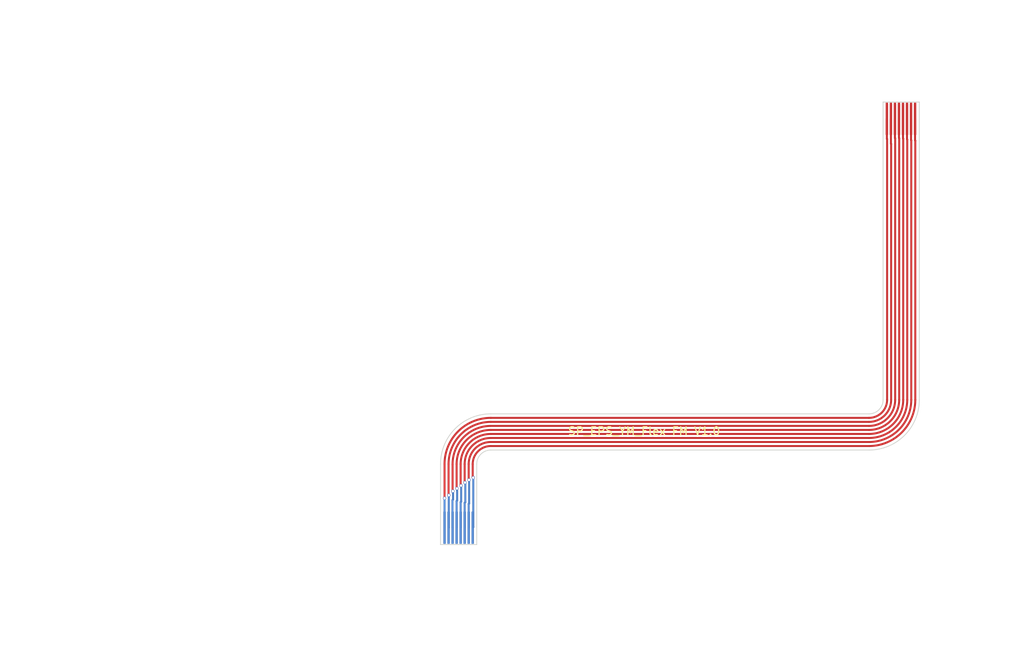
<source format=kicad_pcb>
(kicad_pcb (version 20240108) (generator "pcbnew") (generator_version "8.0")
  (layers (0 "F.Cu" signal) (31 "B.Cu" signal) (34 "B.Paste" user) (35 "F.Paste" user) (36 "B.SilkS" user "B.Silkscreen") (37 "F.SilkS" user "F.Silkscreen") (38 "B.Mask" user) (39 "F.Mask" user) (44 "Edge.Cuts" user))
  (net 0 "")
  (net 1 "8")
  (net 2 "7")
  (net 3 "6")
  (net 4 "5")
  (net 5 "4")
  (net 6 "3")
  (net 7 "2")
  (net 8 "1")
  (footprint "STS_connector:flexpcb con." (layer "F.Cu") (at 174.9718 59.0836)
    (property "Reference" "J1" (hide yes))
    (property "Value" "Conn_01x08_Male")
    (pad "1" smd rect (at 0.5 -2) (size 0.3 4) (layers "F.Cu" "F.Paste" "F.Mask") (net 1 "8"))
    (pad "2" smd rect (at 1 -2) (size 0.3 4) (layers "F.Cu" "F.Paste" "F.Mask") (net 2 "7"))
    (pad "3" smd rect (at 1.5 -2) (size 0.3 4) (layers "F.Cu" "F.Paste" "F.Mask") (net 3 "6"))
    (pad "4" smd rect (at 2 -2) (size 0.3 4) (layers "F.Cu" "F.Paste" "F.Mask") (net 4 "5"))
    (pad "5" smd rect (at 2.5 -2) (size 0.3 4) (layers "F.Cu" "F.Paste" "F.Mask") (net 5 "4"))
    (pad "6" smd rect (at 3 -2) (size 0.3 4) (layers "F.Cu" "F.Paste" "F.Mask") (net 6 "3"))
    (pad "7" smd rect (at 3.5 -2) (size 0.3 4) (layers "F.Cu" "F.Paste" "F.Mask") (net 7 "2"))
    (pad "8" smd rect (at 4 -2) (size 0.3 4) (layers "F.Cu" "F.Paste" "F.Mask") (net 8 "1"))
  )
  (footprint "STS_connector:flexpcb con." (layer "B.Cu") (at 124.5006 109.905 180)
    (property "Reference" "J2" (hide yes))
    (property "Value" "Conn_01x08_Male")
    (pad "1" smd rect (at 0.5 2 180) (size 0.3 4) (layers "B.Cu" "B.Paste" "B.Mask") (net 8 "1"))
    (pad "2" smd rect (at 1 2 180) (size 0.3 4) (layers "B.Cu" "B.Paste" "B.Mask") (net 7 "2"))
    (pad "3" smd rect (at 1.5 2 180) (size 0.3 4) (layers "B.Cu" "B.Paste" "B.Mask") (net 6 "3"))
    (pad "4" smd rect (at 2 2 180) (size 0.3 4) (layers "B.Cu" "B.Paste" "B.Mask") (net 5 "4"))
    (pad "5" smd rect (at 2.5 2 180) (size 0.3 4) (layers "B.Cu" "B.Paste" "B.Mask") (net 4 "5"))
    (pad "6" smd rect (at 3 2 180) (size 0.3 4) (layers "B.Cu" "B.Paste" "B.Mask") (net 3 "6"))
    (pad "7" smd rect (at 3.5 2 180) (size 0.3 4) (layers "B.Cu" "B.Paste" "B.Mask") (net 2 "7"))
    (pad "8" smd rect (at 4 2 180) (size 0.3 4) (layers "B.Cu" "B.Paste" "B.Mask") (net 1 "8"))
  )
  (gr_arc (start 122.5 100) (mid 123.59835 97.34835) (end 126.25 96.25) (stroke (width 0.25)) (layer "F.Cu") (net 5))
  (gr_arc (start 122 100) (mid 123.244796 96.994796) (end 126.25 95.75) (stroke (width 0.25)) (layer "F.Cu") (net 4))
  (gr_arc (start 178 92) (mid 176.608757 95.358757) (end 173.25 96.75) (stroke (width 0.25)) (layer "F.Cu") (net 6))
  (gr_arc (start 123.5 100) (mid 124.305456 98.055456) (end 126.25 97.25) (stroke (width 0.25)) (layer "F.Cu") (net 7))
  (gr_arc (start 124 100) (mid 124.65901 98.40901) (end 126.25 97.75) (stroke (width 0.25)) (layer "F.Cu") (net 8))
  (gr_arc (start 121 100) (mid 122.537689 96.287689) (end 126.25 94.75) (stroke (width 0.25)) (layer "F.Cu") (net 2))
  (gr_arc (start 179 92) (mid 177.315864 96.065864) (end 173.25 97.75) (stroke (width 0.25)) (layer "F.Cu") (net 8))
  (gr_arc (start 123 100) (mid 123.951903 97.701903) (end 126.25 96.75) (stroke (width 0.25)) (layer "F.Cu") (net 6))
  (gr_arc (start 121.500006 100.050532) (mid 122.855701 96.676788) (end 126.2 95.25) (stroke (width 0.25)) (layer "F.Cu") (net 3))
  (gr_arc (start 175.5 92) (mid 174.84099 93.59099) (end 173.25 94.25) (stroke (width 0.25)) (layer "F.Cu") (net 1))
  (gr_arc (start 177 92) (mid 175.90165 94.65165) (end 173.25 95.75) (stroke (width 0.25)) (layer "F.Cu") (net 4))
  (gr_arc (start 178.5 92) (mid 176.962311 95.712311) (end 173.25 97.25) (stroke (width 0.25)) (layer "F.Cu") (net 7))
  (gr_arc (start 176 92) (mid 175.194544 93.944544) (end 173.25 94.75) (stroke (width 0.25)) (layer "F.Cu") (net 2))
  (gr_arc (start 120.5 100) (mid 122.184136 95.934136) (end 126.25 94.25) (stroke (width 0.25)) (layer "F.Cu") (net 1))
  (gr_arc (start 177.5 92) (mid 176.255204 95.005204) (end 173.25 96.25) (stroke (width 0.25)) (layer "F.Cu") (net 5))
  (gr_arc (start 176.5 92) (mid 175.548097 94.298097) (end 173.25 95.25) (stroke (width 0.25)) (layer "F.Cu") (net 3))
  (gr_arc (start 179.5 92) (mid 177.669417 96.419417) (end 173.25 98.25) (stroke (width 0.1)) (layer "Edge.Cuts"))
  (gr_line (start 120 110) (end 124.5 110) (stroke (width 0.1)) (layer "Edge.Cuts"))
  (gr_line (start 175 55) (end 179.5 55) (stroke (width 0.1)) (layer "Edge.Cuts"))
  (gr_line (start 120 110) (end 120 100) (stroke (width 0.1)) (layer "Edge.Cuts"))
  (gr_line (start 179.5 55) (end 179.5 92) (stroke (width 0.1)) (layer "Edge.Cuts"))
  (gr_line (start 126.25 98.25) (end 173.25 98.25) (stroke (width 0.1)) (layer "Edge.Cuts"))
  (gr_arc (start 175 92) (mid 174.487437 93.237437) (end 173.25 93.75) (stroke (width 0.1)) (layer "Edge.Cuts"))
  (gr_line (start 175 55) (end 175 92) (stroke (width 0.1)) (layer "Edge.Cuts"))
  (gr_arc (start 120 100) (mid 121.830583 95.580583) (end 126.25 93.75) (stroke (width 0.1)) (layer "Edge.Cuts"))
  (gr_line (start 124.5 110) (end 124.5 100) (stroke (width 0.1)) (layer "Edge.Cuts"))
  (gr_line (start 173.25 93.75) (end 126.25 93.75) (stroke (width 0.1)) (layer "Edge.Cuts"))
  (gr_arc (start 124.5 100) (mid 125.012563 98.762563) (end 126.25 98.25) (stroke (width 0.1)) (layer "Edge.Cuts"))
  (gr_text "SP_EPS_YM_Flex FM V1.0" (at 135.75 96.5 0) (layer "F.SilkS") (effects (font (size 1 1)) (justify left bottom)))
  (segment (start 120.5 104.2394) (end 120.5 100) (width 0.25) (layer "F.Cu") (net 1))
  (segment (start 175.5 92) (end 175.5 59.6) (width 0.25) (layer "F.Cu") (net 1))
  (segment (start 120.5 104.2394) (end 120.4718 104.2112) (width 0.25) (layer "F.Cu") (net 1))
  (segment (start 126.25 94.25) (end 173.25 94.25) (width 0.25) (layer "F.Cu") (net 1))
  (segment (start 175.4718 59.5718) (end 175.4718 57.0836) (width 0.25) (layer "F.Cu") (net 1))
  (segment (start 175.5 59.6) (end 175.4718 59.5718) (width 0.25) (layer "F.Cu") (net 1))
  (via (at 120.5 104.2394) (size 0.4) (drill 0.3) (layers "F.Cu" "B.Cu") (net 1))
  (segment (start 120.5 104.2394) (end 120.5 107.9) (width 0.25) (layer "B.Cu") (net 1))
  (segment (start 121 103.841) (end 121 100) (width 0.25) (layer "F.Cu") (net 2))
  (segment (start 176 91.95) (end 176 60.2) (width 0.25) (layer "F.Cu") (net 2))
  (segment (start 120.9718 103.8128) (end 121.0254 103.8664) (width 0.25) (layer "F.Cu") (net 2))
  (segment (start 175.9718 60.1718) (end 175.9718 57.0836) (width 0.25) (layer "F.Cu") (net 2))
  (segment (start 126.25 94.75) (end 173.25 94.75) (width 0.25) (layer "F.Cu") (net 2))
  (segment (start 176 60.2) (end 175.9718 60.1718) (width 0.25) (layer "F.Cu") (net 2))
  (segment (start 121.0254 103.8664) (end 121 103.841) (width 0.25) (layer "F.Cu") (net 2))
  (via (at 121.0254 103.8664) (size 0.4) (drill 0.3) (layers "F.Cu" "B.Cu") (net 2))
  (segment (start 121.0254 107.8802) (end 121.0006 107.905) (width 0.25) (layer "B.Cu") (net 2))
  (segment (start 121.0254 103.8664) (end 121.0254 107.8802) (width 0.25) (layer "B.Cu") (net 2))
  (segment (start 176.4718 59.4718) (end 176.4718 57.0836) (width 0.25) (layer "F.Cu") (net 3))
  (segment (start 176.5 59.5) (end 176.4718 59.4718) (width 0.25) (layer "F.Cu") (net 3))
  (segment (start 121.500006 103.325006) (end 121.500006 100.050532) (width 0.25) (layer "F.Cu") (net 3))
  (segment (start 126.25 95.25) (end 173.25 95.25) (width 0.25) (layer "F.Cu") (net 3))
  (segment (start 121.5334 103.3584) (end 121.500006 103.325006) (width 0.25) (layer "F.Cu") (net 3))
  (segment (start 176.5 92) (end 176.5 59.5) (width 0.25) (layer "F.Cu") (net 3))
  (segment (start 121.5334 103.3584) (end 121.5 103.325) (width 0.25) (layer "F.Cu") (net 3))
  (via (at 121.5334 103.3584) (size 0.4) (drill 0.3) (layers "F.Cu" "B.Cu") (net 3))
  (segment (start 121.4826 104.476) (end 121.4826 107.8826) (width 0.25) (layer "B.Cu") (net 3))
  (segment (start 121.5588 103.587) (end 121.5588 104.3998) (width 0.25) (layer "B.Cu") (net 3))
  (segment (start 121.5334 103.5616) (end 121.5588 103.587) (width 0.25) (layer "B.Cu") (net 3))
  (segment (start 121.4826 107.8826) (end 121.5 107.9) (width 0.25) (layer "B.Cu") (net 3))
  (segment (start 121.5588 104.3998) (end 121.4826 104.476) (width 0.25) (layer "B.Cu") (net 3))
  (segment (start 121.5334 103.3584) (end 121.5334 103.5616) (width 0.25) (layer "B.Cu") (net 3))
  (segment (start 177 92) (end 177 59.5) (width 0.25) (layer "F.Cu") (net 4))
  (segment (start 122.0414 103.0282) (end 122 102.9868) (width 0.25) (layer "F.Cu") (net 4))
  (segment (start 177 59.5) (end 176.9718 59.4718) (width 0.25) (layer "F.Cu") (net 4))
  (segment (start 176.9718 59.4718) (end 176.9718 57.0836) (width 0.25) (layer "F.Cu") (net 4))
  (segment (start 126.25 95.75) (end 173.25 95.75) (width 0.25) (layer "F.Cu") (net 4))
  (segment (start 122 102.9868) (end 122 100) (width 0.25) (layer "F.Cu") (net 4))
  (via (at 122.0414 103.0282) (size 0.4) (drill 0.3) (layers "F.Cu" "B.Cu") (net 4))
  (segment (start 122 107.9) (end 122 104.5936) (width 0.25) (layer "B.Cu") (net 4))
  (segment (start 122.0414 103.206) (end 122.0414 103.0282) (width 0.25) (layer "B.Cu") (net 4))
  (segment (start 122.0668 104.5268) (end 122.0668 103.2822) (width 0.25) (layer "B.Cu") (net 4))
  (segment (start 122 104.5936) (end 122.0668 104.5268) (width 0.25) (layer "B.Cu") (net 4))
  (segment (start 122.5494 102.6726) (end 122.5 102.6232) (width 0.25) (layer "F.Cu") (net 5))
  (segment (start 177.4718 59.5218) (end 177.4718 57.0836) (width 0.25) (layer "F.Cu") (net 5))
  (segment (start 122.5 102.6232) (end 122.5 100) (width 0.25) (layer "F.Cu") (net 5))
  (segment (start 126.25 96.25) (end 173.25 96.25) (width 0.25) (layer "F.Cu") (net 5))
  (segment (start 177.5 92) (end 177.5 59.55) (width 0.25) (layer "F.Cu") (net 5))
  (segment (start 122.4986 102.6218) (end 122.5494 102.6726) (width 0.25) (layer "F.Cu") (net 5))
  (segment (start 177.5 59.55) (end 177.4718 59.5218) (width 0.25) (layer "F.Cu") (net 5))
  (via (at 122.5494 102.6726) (size 0.4) (drill 0.3) (layers "F.Cu" "B.Cu") (net 5))
  (segment (start 122.5664 104.663596) (end 122.5006 104.729396) (width 0.25) (layer "B.Cu") (net 5))
  (segment (start 122.5006 104.729396) (end 122.5006 107.905) (width 0.25) (layer "B.Cu") (net 5))
  (segment (start 122.5494 102.6726) (end 122.5664 102.6896) (width 0.25) (layer "B.Cu") (net 5))
  (segment (start 122.5664 102.6896) (end 122.5664 104.663596) (width 0.25) (layer "B.Cu") (net 5))
  (segment (start 123 102.2596) (end 123 100) (width 0.25) (layer "F.Cu") (net 6))
  (segment (start 178 92) (end 178 59.6586) (width 0.25) (layer "F.Cu") (net 6))
  (segment (start 126.25 96.75) (end 173.25 96.75) (width 0.25) (layer "F.Cu") (net 6))
  (segment (start 177.9718 59.6304) (end 177.9718 57.0836) (width 0.25) (layer "F.Cu") (net 6))
  (segment (start 123.032 102.2916) (end 123 102.2596) (width 0.25) (layer "F.Cu") (net 6))
  (segment (start 178 59.6586) (end 177.9718 59.6304) (width 0.25) (layer "F.Cu") (net 6))
  (via (at 123.032 102.2916) (size 0.4) (drill 0.3) (layers "F.Cu" "B.Cu") (net 6))
  (segment (start 123 104.8128) (end 123.0828 104.73) (width 0.25) (layer "B.Cu") (net 6))
  (segment (start 123.0828 102.3424) (end 123.032 102.2916) (width 0.25) (layer "B.Cu") (net 6))
  (segment (start 123.0828 104.73) (end 123.0828 102.3424) (width 0.25) (layer "B.Cu") (net 6))
  (segment (start 123 107.9) (end 123 104.8128) (width 0.25) (layer "B.Cu") (net 6))
  (segment (start 123.5 101.9214) (end 123.5 100) (width 0.25) (layer "F.Cu") (net 7))
  (segment (start 123.54 101.9614) (end 123.5 101.9214) (width 0.25) (layer "F.Cu") (net 7))
  (segment (start 126.25 97.25) (end 173.25 97.25) (width 0.25) (layer "F.Cu") (net 7))
  (segment (start 178.5 92) (end 178.5 59.7586) (width 0.25) (layer "F.Cu") (net 7))
  (segment (start 178.4718 59.7304) (end 178.4718 57.0836) (width 0.25) (layer "F.Cu") (net 7))
  (segment (start 178.5 59.7586) (end 178.4718 59.7304) (width 0.25) (layer "F.Cu") (net 7))
  (via (at 123.54 101.9614) (size 0.4) (drill 0.3) (layers "F.Cu" "B.Cu") (net 7))
  (segment (start 123.557 101.9784) (end 123.54 101.9614) (width 0.25) (layer "B.Cu") (net 7))
  (segment (start 123.557 104.892196) (end 123.557 101.9784) (width 0.25) (layer "B.Cu") (net 7))
  (segment (start 123.5006 104.948596) (end 123.557 104.892196) (width 0.25) (layer "B.Cu") (net 7))
  (segment (start 123.5006 107.905) (end 123.5006 104.948596) (width 0.25) (layer "B.Cu") (net 7))
  (segment (start 123.5654 101.9868) (end 123.54 101.9614) (width 0.25) (layer "B.Cu") (net 7))
  (segment (start 124.0734 101.682) (end 124 101.6086) (width 0.25) (layer "F.Cu") (net 8))
  (segment (start 178.9718 59.7718) (end 178.9718 57.0836) (width 0.25) (layer "F.Cu") (net 8))
  (segment (start 179 59.8) (end 178.9718 59.7718) (width 0.25) (layer "F.Cu") (net 8))
  (segment (start 126.25 97.75) (end 173.25 97.75) (width 0.25) (layer "F.Cu") (net 8))
  (segment (start 179 92) (end 179 59.8) (width 0.25) (layer "F.Cu") (net 8))
  (segment (start 124 101.6086) (end 124 100) (width 0.25) (layer "F.Cu") (net 8))
  (via (at 124.0734 101.682) (size 0.4) (drill 0.3) (layers "F.Cu" "B.Cu") (net 8))
  (segment (start 124.0734 107.8266) (end 124 107.9) (width 0.25) (layer "B.Cu") (net 8))
  (segment (start 124.0734 101.682) (end 124.0734 107.8266) (width 0.25) (layer "B.Cu") (net 8))
)
</source>
